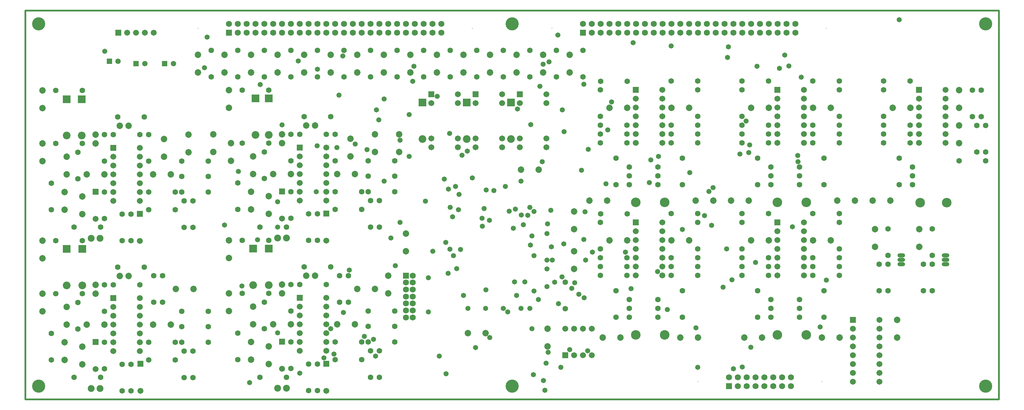
<source format=gbs>
%FSLAX24Y24*%
%MOIN*%
G70*
G01*
G75*
G04 Layer_Color=16711935*
G04 Layer_Color=16711935*
%ADD10R,0.0236X0.0866*%
%ADD11R,0.0866X0.0236*%
%ADD12C,0.0120*%
%ADD13C,0.0250*%
%ADD14C,0.0500*%
%ADD15C,0.0200*%
%ADD16O,0.0787X0.0394*%
%ADD17C,0.0650*%
%ADD18C,0.0650*%
%ADD19C,0.0591*%
%ADD20R,0.0591X0.0591*%
%ADD21R,0.0600X0.0600*%
%ADD22C,0.0600*%
%ADD23C,0.0532*%
%ADD24R,0.0532X0.0532*%
%ADD25C,0.0550*%
%ADD26R,0.0787X0.0787*%
%ADD27C,0.0787*%
%ADD28C,0.0700*%
%ADD29R,0.0591X0.0591*%
%ADD30C,0.0591*%
%ADD31C,0.1000*%
%ADD32C,0.0551*%
%ADD33O,0.0787X0.0394*%
%ADD34C,0.1405*%
%ADD35C,0.0500*%
%ADD36C,0.0079*%
%ADD37C,0.0098*%
%ADD38C,0.0100*%
%ADD39C,0.0098*%
%ADD40C,0.0080*%
%ADD41C,0.0059*%
%ADD42R,0.1102X0.0315*%
%ADD43R,0.0787X0.0315*%
%ADD44R,0.1102X0.0315*%
%ADD45R,0.0316X0.0946*%
%ADD46R,0.0946X0.0316*%
%ADD47O,0.0867X0.0474*%
%ADD48C,0.0730*%
%ADD49C,0.0730*%
%ADD50C,0.0671*%
%ADD51R,0.0671X0.0671*%
%ADD52C,0.0080*%
%ADD53R,0.0680X0.0680*%
%ADD54C,0.0680*%
%ADD55C,0.0612*%
%ADD56R,0.0612X0.0612*%
%ADD57C,0.0630*%
%ADD58R,0.0867X0.0867*%
%ADD59C,0.0867*%
%ADD60C,0.0780*%
%ADD61R,0.0671X0.0671*%
%ADD62C,0.0671*%
%ADD63C,0.1080*%
%ADD64C,0.0631*%
%ADD65O,0.0867X0.0474*%
%ADD66C,0.1485*%
%ADD67C,0.0580*%
D15*
X0Y0D02*
Y44000D01*
X110000D01*
Y0D02*
Y44000D01*
X0Y0D02*
X110000D01*
D47*
X103991Y15285D02*
D03*
Y15785D02*
D03*
Y16285D02*
D03*
X98991Y15285D02*
D03*
Y15785D02*
D03*
D48*
X39500Y28000D02*
D03*
Y30000D02*
D03*
X18429Y27967D02*
D03*
Y29967D02*
D03*
X61500Y39000D02*
D03*
Y37000D02*
D03*
X58500Y39000D02*
D03*
Y37000D02*
D03*
X55500Y39000D02*
D03*
Y37000D02*
D03*
X52500Y39000D02*
D03*
Y37000D02*
D03*
X49500Y39000D02*
D03*
Y37000D02*
D03*
X46500Y39000D02*
D03*
Y37000D02*
D03*
X95750Y22500D02*
D03*
X97750D02*
D03*
X81250Y7000D02*
D03*
X83250D02*
D03*
X105500Y31000D02*
D03*
Y29000D02*
D03*
X92000Y7000D02*
D03*
X90000D02*
D03*
X65250D02*
D03*
X67250D02*
D03*
X79750Y22500D02*
D03*
X81750D02*
D03*
X63750D02*
D03*
X65750D02*
D03*
X76000Y7000D02*
D03*
X74000D02*
D03*
X93750Y22500D02*
D03*
X91750D02*
D03*
X75750D02*
D03*
X77750D02*
D03*
X105500Y35000D02*
D03*
Y33000D02*
D03*
X101000Y17250D02*
D03*
Y19250D02*
D03*
X98500Y7000D02*
D03*
Y9000D02*
D03*
X98000Y33000D02*
D03*
X100000D02*
D03*
X96000Y17250D02*
D03*
Y19250D02*
D03*
X91000Y18000D02*
D03*
X89000D02*
D03*
X91000Y33000D02*
D03*
X89000D02*
D03*
X82000Y18000D02*
D03*
X84000D02*
D03*
X82000Y33000D02*
D03*
X84000D02*
D03*
X75000Y18000D02*
D03*
X73000D02*
D03*
X75000Y33000D02*
D03*
X73000D02*
D03*
X66000Y18000D02*
D03*
X68000D02*
D03*
X66000Y33000D02*
D03*
X68000D02*
D03*
X62000Y14750D02*
D03*
Y16750D02*
D03*
Y19250D02*
D03*
Y21250D02*
D03*
X59000Y6000D02*
D03*
Y8000D02*
D03*
X58000Y26000D02*
D03*
X56000D02*
D03*
X52000Y7500D02*
D03*
X50000D02*
D03*
X43000Y18750D02*
D03*
X41000Y12000D02*
D03*
Y14000D02*
D03*
X42250Y30000D02*
D03*
Y28000D02*
D03*
X37500Y12500D02*
D03*
X39500D02*
D03*
X37250Y8500D02*
D03*
X35250D02*
D03*
X37250Y25500D02*
D03*
X35250D02*
D03*
X28000Y8500D02*
D03*
X30000D02*
D03*
X28000Y25500D02*
D03*
X30000D02*
D03*
X23000Y10000D02*
D03*
Y12000D02*
D03*
Y16000D02*
D03*
Y18000D02*
D03*
X23250Y27000D02*
D03*
Y29000D02*
D03*
X23000Y33000D02*
D03*
Y35000D02*
D03*
X21250Y30000D02*
D03*
Y28000D02*
D03*
X17000Y12500D02*
D03*
X19000D02*
D03*
X16429Y8467D02*
D03*
X14429D02*
D03*
X16429Y25467D02*
D03*
X14429D02*
D03*
X6929Y8467D02*
D03*
X8929D02*
D03*
X6929Y25467D02*
D03*
X8929D02*
D03*
X1929Y9967D02*
D03*
Y11967D02*
D03*
Y15967D02*
D03*
Y17967D02*
D03*
Y26967D02*
D03*
Y28967D02*
D03*
Y32967D02*
D03*
Y34967D02*
D03*
X6429Y3967D02*
D03*
Y5967D02*
D03*
X4679Y10467D02*
D03*
Y8467D02*
D03*
X7929Y12967D02*
D03*
Y11967D02*
D03*
X36750Y29500D02*
D03*
X15679Y29467D02*
D03*
X7929Y28967D02*
D03*
X29000Y29000D02*
D03*
Y12000D02*
D03*
X40500Y39000D02*
D03*
X43500D02*
D03*
X34500D02*
D03*
X37500D02*
D03*
X19500Y37000D02*
D03*
X22500D02*
D03*
X25500D02*
D03*
X28500D02*
D03*
X31500D02*
D03*
X34500D02*
D03*
X37500D02*
D03*
X40500D02*
D03*
X43500D02*
D03*
X31500Y39000D02*
D03*
X28500D02*
D03*
X25500D02*
D03*
X22500D02*
D03*
X19500D02*
D03*
X4429Y21467D02*
D03*
Y23467D02*
D03*
X4679Y25467D02*
D03*
X10679Y30967D02*
D03*
X4679Y27467D02*
D03*
X6429Y22967D02*
D03*
Y20967D02*
D03*
X7929Y29967D02*
D03*
X11679Y30967D02*
D03*
Y13967D02*
D03*
X10679D02*
D03*
X15679Y27467D02*
D03*
X4429Y4467D02*
D03*
Y6467D02*
D03*
X36750Y27500D02*
D03*
X25750D02*
D03*
X31750Y31000D02*
D03*
X25750Y25500D02*
D03*
X25500Y21500D02*
D03*
Y23500D02*
D03*
X27500Y23000D02*
D03*
Y21000D02*
D03*
X29000Y30000D02*
D03*
X32750Y31000D02*
D03*
Y14000D02*
D03*
X31750D02*
D03*
X25750Y8500D02*
D03*
X27500Y6000D02*
D03*
Y4000D02*
D03*
X29000Y13000D02*
D03*
X25500Y4500D02*
D03*
Y6500D02*
D03*
X25750Y10500D02*
D03*
D49*
X43000Y16750D02*
D03*
D50*
X96500Y2000D02*
D03*
Y3000D02*
D03*
Y4000D02*
D03*
Y5000D02*
D03*
Y6000D02*
D03*
Y7000D02*
D03*
Y8000D02*
D03*
Y9000D02*
D03*
X93500Y2000D02*
D03*
Y3000D02*
D03*
Y4000D02*
D03*
Y5000D02*
D03*
Y6000D02*
D03*
Y7000D02*
D03*
Y8000D02*
D03*
X50876Y33533D02*
D03*
X53876Y34533D02*
D03*
Y28533D02*
D03*
X50876Y29533D02*
D03*
Y28533D02*
D03*
X53876Y33533D02*
D03*
Y29533D02*
D03*
X100991Y34035D02*
D03*
Y31035D02*
D03*
Y30035D02*
D03*
Y29035D02*
D03*
X103991Y33035D02*
D03*
Y32035D02*
D03*
Y31035D02*
D03*
Y30035D02*
D03*
Y29035D02*
D03*
X100991Y32035D02*
D03*
Y33035D02*
D03*
X103991Y34035D02*
D03*
Y35035D02*
D03*
X62000Y8000D02*
D03*
X61000D02*
D03*
X63000D02*
D03*
X64000Y5000D02*
D03*
X63000D02*
D03*
X62000D02*
D03*
X64000Y8000D02*
D03*
X34000Y5500D02*
D03*
Y6500D02*
D03*
X31000Y9500D02*
D03*
Y5500D02*
D03*
Y6500D02*
D03*
Y10500D02*
D03*
X34000Y7500D02*
D03*
X31000D02*
D03*
X34000Y10500D02*
D03*
Y9500D02*
D03*
Y8500D02*
D03*
X31000D02*
D03*
X34000Y11500D02*
D03*
X9929Y10467D02*
D03*
X12929D02*
D03*
X34000Y28500D02*
D03*
X12929Y28467D02*
D03*
X34000Y23500D02*
D03*
Y22500D02*
D03*
X31000D02*
D03*
Y23500D02*
D03*
Y24500D02*
D03*
Y26500D02*
D03*
Y27500D02*
D03*
X12929Y11467D02*
D03*
Y9467D02*
D03*
Y6467D02*
D03*
Y5467D02*
D03*
X9929D02*
D03*
Y6467D02*
D03*
Y7467D02*
D03*
Y9467D02*
D03*
X12929Y23467D02*
D03*
Y22467D02*
D03*
X9929D02*
D03*
Y23467D02*
D03*
Y24467D02*
D03*
Y26467D02*
D03*
Y27467D02*
D03*
X55876Y29533D02*
D03*
X58876D02*
D03*
Y33533D02*
D03*
X55876Y28533D02*
D03*
X45876D02*
D03*
X48876Y33533D02*
D03*
Y29533D02*
D03*
X9929Y25467D02*
D03*
Y8467D02*
D03*
X31000Y25500D02*
D03*
X68991Y18035D02*
D03*
Y33035D02*
D03*
X84991Y18035D02*
D03*
Y33035D02*
D03*
X68991Y17035D02*
D03*
X71991Y14035D02*
D03*
X68991Y32035D02*
D03*
X71991Y29035D02*
D03*
X84991Y17035D02*
D03*
X87991Y14035D02*
D03*
X84991Y32035D02*
D03*
X87991Y29035D02*
D03*
X12929Y25467D02*
D03*
Y8467D02*
D03*
X34000Y25500D02*
D03*
X71991Y18035D02*
D03*
Y33035D02*
D03*
X87991Y18035D02*
D03*
Y33035D02*
D03*
X58876Y28533D02*
D03*
X12929Y24467D02*
D03*
Y26467D02*
D03*
Y7467D02*
D03*
X34000Y24500D02*
D03*
Y26500D02*
D03*
X58876Y34533D02*
D03*
X45876Y29533D02*
D03*
X48876Y28533D02*
D03*
Y34533D02*
D03*
X12929Y27467D02*
D03*
X34000Y27500D02*
D03*
X68991Y29035D02*
D03*
Y30035D02*
D03*
Y31035D02*
D03*
Y34035D02*
D03*
Y14035D02*
D03*
Y15035D02*
D03*
Y16035D02*
D03*
Y19035D02*
D03*
X71991Y16035D02*
D03*
Y31035D02*
D03*
Y17035D02*
D03*
Y15035D02*
D03*
Y19035D02*
D03*
Y20035D02*
D03*
Y32035D02*
D03*
Y30035D02*
D03*
Y34035D02*
D03*
Y35035D02*
D03*
X84991Y30035D02*
D03*
Y31035D02*
D03*
Y34035D02*
D03*
Y14035D02*
D03*
Y15035D02*
D03*
Y16035D02*
D03*
Y19035D02*
D03*
Y29035D02*
D03*
X87991Y16035D02*
D03*
Y31035D02*
D03*
Y17035D02*
D03*
Y15035D02*
D03*
Y19035D02*
D03*
Y20035D02*
D03*
Y32035D02*
D03*
Y30035D02*
D03*
Y34035D02*
D03*
Y35035D02*
D03*
X45876Y33533D02*
D03*
X55876D02*
D03*
D51*
X93500Y9000D02*
D03*
X50876Y34533D02*
D03*
X100991Y35035D02*
D03*
X61000Y5000D02*
D03*
X31000Y11500D02*
D03*
Y28500D02*
D03*
X9929Y11467D02*
D03*
Y28467D02*
D03*
X55876Y34533D02*
D03*
X45876D02*
D03*
X68991Y35035D02*
D03*
Y20035D02*
D03*
X84991Y35035D02*
D03*
Y20035D02*
D03*
D52*
X90000Y2000D02*
D03*
X76000D02*
D03*
X90500Y42000D02*
D03*
X59500D02*
D03*
X50500D02*
D03*
X19500D02*
D03*
D53*
X79500Y1500D02*
D03*
X43000Y14000D02*
D03*
X63000Y41500D02*
D03*
X23000D02*
D03*
D54*
X79500Y2500D02*
D03*
X80500Y1500D02*
D03*
Y2500D02*
D03*
X81500Y1500D02*
D03*
Y2500D02*
D03*
X82500Y1500D02*
D03*
Y2500D02*
D03*
X83500Y1500D02*
D03*
Y2500D02*
D03*
X84500Y1500D02*
D03*
Y2500D02*
D03*
X85500Y1500D02*
D03*
Y2500D02*
D03*
X86500Y1500D02*
D03*
Y2500D02*
D03*
X43787Y14000D02*
D03*
Y13213D02*
D03*
Y11638D02*
D03*
Y10850D02*
D03*
Y12425D02*
D03*
X43000Y9276D02*
D03*
Y10063D02*
D03*
Y10850D02*
D03*
Y11638D02*
D03*
Y12425D02*
D03*
Y13213D02*
D03*
X43787Y10063D02*
D03*
Y9276D02*
D03*
X63000Y42500D02*
D03*
X66000D02*
D03*
X72000D02*
D03*
X82000D02*
D03*
X87000Y41500D02*
D03*
X86000Y42500D02*
D03*
X87000D02*
D03*
X77000D02*
D03*
X85000D02*
D03*
Y41500D02*
D03*
X84000Y42500D02*
D03*
Y41500D02*
D03*
X83000Y42500D02*
D03*
Y41500D02*
D03*
X67000Y42500D02*
D03*
X74000Y41500D02*
D03*
X68000Y42500D02*
D03*
X73000D02*
D03*
X77000Y41500D02*
D03*
X76000Y42500D02*
D03*
X82000Y41500D02*
D03*
X78000D02*
D03*
Y42500D02*
D03*
X71000D02*
D03*
X79000Y41500D02*
D03*
Y42500D02*
D03*
X76000Y41500D02*
D03*
X65000Y42500D02*
D03*
X73000Y41500D02*
D03*
X64000D02*
D03*
Y42500D02*
D03*
X75000D02*
D03*
Y41500D02*
D03*
X74000Y42500D02*
D03*
X80000D02*
D03*
Y41500D02*
D03*
X72000D02*
D03*
X81000Y42500D02*
D03*
Y41500D02*
D03*
X70000Y42500D02*
D03*
X69000Y41500D02*
D03*
X68000D02*
D03*
X67000D02*
D03*
X66000D02*
D03*
X70000D02*
D03*
X69000Y42500D02*
D03*
X65000Y41500D02*
D03*
X71000D02*
D03*
X86000D02*
D03*
X47000Y42500D02*
D03*
Y41500D02*
D03*
X46000Y42500D02*
D03*
Y41500D02*
D03*
X45000Y42500D02*
D03*
Y41500D02*
D03*
X24000D02*
D03*
X25000Y42500D02*
D03*
X27000Y41500D02*
D03*
X28000Y42500D02*
D03*
X33000Y41500D02*
D03*
X41000Y42500D02*
D03*
X42000Y41500D02*
D03*
X40000Y42500D02*
D03*
X41000Y41500D02*
D03*
X31000Y42500D02*
D03*
X36000D02*
D03*
X37000Y41500D02*
D03*
Y42500D02*
D03*
X35000Y41500D02*
D03*
X23000Y42500D02*
D03*
X29000Y41500D02*
D03*
X42000Y42500D02*
D03*
X40000Y41500D02*
D03*
X39000Y42500D02*
D03*
Y41500D02*
D03*
X38000Y42500D02*
D03*
X31000Y41500D02*
D03*
X38000D02*
D03*
X44000Y42500D02*
D03*
X32000Y41500D02*
D03*
X35000Y42500D02*
D03*
X27000D02*
D03*
X28000Y41500D02*
D03*
X30000Y42500D02*
D03*
X34000Y41500D02*
D03*
X36000D02*
D03*
X26000D02*
D03*
Y42500D02*
D03*
X30000Y41500D02*
D03*
X32000Y42500D02*
D03*
X43000Y41500D02*
D03*
X44000D02*
D03*
X43000Y42500D02*
D03*
X33000D02*
D03*
X34000D02*
D03*
X24000D02*
D03*
X25000Y41500D02*
D03*
X29000Y42500D02*
D03*
D55*
X10492Y38250D02*
D03*
X16750Y38000D02*
D03*
X13500D02*
D03*
D56*
X9508Y38250D02*
D03*
X15750Y38000D02*
D03*
X12500D02*
D03*
D57*
X100241Y26285D02*
D03*
Y25285D02*
D03*
Y24285D02*
D03*
X17929Y5467D02*
D03*
Y2467D02*
D03*
X40000Y22500D02*
D03*
Y5500D02*
D03*
X18929Y22467D02*
D03*
Y5467D02*
D03*
X68241Y9285D02*
D03*
Y24285D02*
D03*
X71491Y9285D02*
D03*
Y24285D02*
D03*
X84241Y9285D02*
D03*
Y24285D02*
D03*
X87491Y9285D02*
D03*
Y24285D02*
D03*
X39000Y19500D02*
D03*
X40000D02*
D03*
X39000Y22500D02*
D03*
Y2500D02*
D03*
X40000D02*
D03*
X39000Y5500D02*
D03*
X17929Y19467D02*
D03*
X18929D02*
D03*
X17929Y22467D02*
D03*
X18929Y2467D02*
D03*
X68241Y25285D02*
D03*
Y10285D02*
D03*
Y26285D02*
D03*
Y11285D02*
D03*
X71491D02*
D03*
Y10285D02*
D03*
Y26285D02*
D03*
Y25285D02*
D03*
X84241D02*
D03*
Y10285D02*
D03*
Y11285D02*
D03*
Y26285D02*
D03*
X87491Y11285D02*
D03*
Y10285D02*
D03*
Y26285D02*
D03*
Y25285D02*
D03*
D58*
X49876Y33592D02*
D03*
X4679Y33976D02*
D03*
X6379D02*
D03*
X6429Y17026D02*
D03*
X4679D02*
D03*
X26000Y34059D02*
D03*
X27500D02*
D03*
Y17059D02*
D03*
X25750D02*
D03*
X44876Y33592D02*
D03*
X54876D02*
D03*
D59*
X49876Y29474D02*
D03*
X54876D02*
D03*
X44876D02*
D03*
X6379Y29858D02*
D03*
X4679D02*
D03*
Y12908D02*
D03*
X6429D02*
D03*
X27500Y29941D02*
D03*
X26000D02*
D03*
X25750Y12941D02*
D03*
X27500D02*
D03*
D60*
X7429Y1217D02*
D03*
X8429D02*
D03*
X7429Y18217D02*
D03*
X8429D02*
D03*
X28500Y18250D02*
D03*
X29500D02*
D03*
Y1250D02*
D03*
X28500D02*
D03*
D61*
X10500Y41500D02*
D03*
X13000Y4035D02*
D03*
X7929Y6503D02*
D03*
X12929Y21003D02*
D03*
X7929Y23503D02*
D03*
X34000Y4035D02*
D03*
X29000Y6535D02*
D03*
X34000Y21035D02*
D03*
X29000Y23535D02*
D03*
D62*
X11500Y41500D02*
D03*
X13500D02*
D03*
X14500D02*
D03*
X12500D02*
D03*
X13000Y965D02*
D03*
X7929Y3432D02*
D03*
X12929Y17932D02*
D03*
X7929Y20432D02*
D03*
X34000Y965D02*
D03*
X29000Y3465D02*
D03*
X34000Y17965D02*
D03*
X29000Y20465D02*
D03*
D63*
X72241Y7285D02*
D03*
X104126Y22250D02*
D03*
X68991Y22285D02*
D03*
Y7285D02*
D03*
X72241Y22285D02*
D03*
X84991D02*
D03*
Y7285D02*
D03*
X88241D02*
D03*
Y22285D02*
D03*
X101126Y22250D02*
D03*
D64*
X11929Y3967D02*
D03*
Y967D02*
D03*
X14500Y14000D02*
D03*
Y11000D02*
D03*
X11929Y17967D02*
D03*
Y20967D02*
D03*
X15500Y11000D02*
D03*
Y14000D02*
D03*
X63000Y36500D02*
D03*
Y39500D02*
D03*
X60000Y36500D02*
D03*
Y39500D02*
D03*
X57000Y36500D02*
D03*
Y39500D02*
D03*
X54000Y36500D02*
D03*
Y39500D02*
D03*
X51000Y36500D02*
D03*
Y39500D02*
D03*
X48000Y36500D02*
D03*
Y39500D02*
D03*
X61000Y13250D02*
D03*
X108500Y27000D02*
D03*
X107000Y32000D02*
D03*
X108500Y28000D02*
D03*
X107000Y35000D02*
D03*
X107500Y31000D02*
D03*
X38000Y6500D02*
D03*
X32000Y4000D02*
D03*
X16929Y6467D02*
D03*
X10929Y3967D02*
D03*
Y967D02*
D03*
X8929Y3467D02*
D03*
X10929Y17967D02*
D03*
X8929Y20467D02*
D03*
X32000Y1000D02*
D03*
X30000Y3500D02*
D03*
X32000Y18000D02*
D03*
X30000Y20500D02*
D03*
X107500Y28000D02*
D03*
X35000Y30000D02*
D03*
X13929Y29967D02*
D03*
X105500Y27000D02*
D03*
X108500Y31000D02*
D03*
X108000Y32000D02*
D03*
Y35000D02*
D03*
X33000Y4000D02*
D03*
Y1000D02*
D03*
X36500Y11000D02*
D03*
Y14000D02*
D03*
X33000Y18000D02*
D03*
Y21000D02*
D03*
X35500Y14000D02*
D03*
Y11000D02*
D03*
X97491Y19285D02*
D03*
X101491Y12285D02*
D03*
X102491D02*
D03*
Y19285D02*
D03*
X64991Y29035D02*
D03*
Y14035D02*
D03*
X75991D02*
D03*
Y29035D02*
D03*
X80991Y14035D02*
D03*
Y29035D02*
D03*
X91991Y14035D02*
D03*
Y29035D02*
D03*
X96491Y12285D02*
D03*
X97491D02*
D03*
X96991Y29035D02*
D03*
X8929Y26967D02*
D03*
Y9967D02*
D03*
X30000Y27000D02*
D03*
Y10000D02*
D03*
X96491Y15285D02*
D03*
X101491D02*
D03*
X41750Y23500D02*
D03*
Y6500D02*
D03*
X20679Y23467D02*
D03*
Y6467D02*
D03*
X42000Y39500D02*
D03*
X45000D02*
D03*
X36000D02*
D03*
X39000D02*
D03*
X74241Y27285D02*
D03*
X82741Y12285D02*
D03*
X90241D02*
D03*
X98741Y27285D02*
D03*
X90241D02*
D03*
X3429Y11967D02*
D03*
Y17967D02*
D03*
X5500Y2500D02*
D03*
X20679Y9967D02*
D03*
X33000Y39500D02*
D03*
X30000D02*
D03*
X27000D02*
D03*
X24000D02*
D03*
X66741Y27285D02*
D03*
X21000Y39500D02*
D03*
X2929Y21467D02*
D03*
X5929Y24967D02*
D03*
X9929Y29967D02*
D03*
X10429Y31967D02*
D03*
X2929Y24467D02*
D03*
X5929Y27967D02*
D03*
X8500Y19500D02*
D03*
X8929Y23467D02*
D03*
X6429Y28967D02*
D03*
X8929Y29967D02*
D03*
X6429Y34967D02*
D03*
X12929Y29967D02*
D03*
Y12967D02*
D03*
X6429Y17967D02*
D03*
X13429Y14967D02*
D03*
X9929Y12967D02*
D03*
X5929Y7967D02*
D03*
X8929Y6467D02*
D03*
X8500Y2500D02*
D03*
X10429Y14967D02*
D03*
X13429Y31967D02*
D03*
X13929Y26967D02*
D03*
X8929Y12967D02*
D03*
X6429Y11967D02*
D03*
X2929Y4467D02*
D03*
Y7467D02*
D03*
X5929Y10967D02*
D03*
X35000Y27000D02*
D03*
X31500Y15000D02*
D03*
X34500Y32000D02*
D03*
X27000Y28000D02*
D03*
X31000Y30000D02*
D03*
X31500Y32000D02*
D03*
X24000Y24500D02*
D03*
X27000Y25000D02*
D03*
X24000Y21500D02*
D03*
X29500Y19500D02*
D03*
X30000Y23500D02*
D03*
X27500Y29000D02*
D03*
X30000Y30000D02*
D03*
X27500Y35000D02*
D03*
X34000Y30000D02*
D03*
Y13000D02*
D03*
X27500Y18000D02*
D03*
X34500Y15000D02*
D03*
X31000Y13000D02*
D03*
X27000Y8000D02*
D03*
X30000Y6500D02*
D03*
X29500Y2500D02*
D03*
X30000Y13000D02*
D03*
X27500Y12000D02*
D03*
X24000Y4500D02*
D03*
Y7500D02*
D03*
X27000Y11000D02*
D03*
X38000Y21500D02*
D03*
X41750Y25250D02*
D03*
X38000Y4500D02*
D03*
X41750Y8250D02*
D03*
X16929Y21467D02*
D03*
X20679Y25217D02*
D03*
X16929Y4467D02*
D03*
X20679Y8217D02*
D03*
X67991Y29035D02*
D03*
X64991Y32035D02*
D03*
Y30035D02*
D03*
X67991D02*
D03*
Y31035D02*
D03*
X64991D02*
D03*
Y35035D02*
D03*
X68000Y36000D02*
D03*
X67991Y14035D02*
D03*
X64991Y17035D02*
D03*
X67991Y15035D02*
D03*
X64991D02*
D03*
X67991Y16035D02*
D03*
X64991D02*
D03*
Y20035D02*
D03*
X68000Y21000D02*
D03*
X66741Y24285D02*
D03*
Y9285D02*
D03*
X74241D02*
D03*
X72991Y15035D02*
D03*
X74241Y24285D02*
D03*
X72991Y30035D02*
D03*
Y14035D02*
D03*
X75991Y17035D02*
D03*
Y15035D02*
D03*
Y16035D02*
D03*
X72991D02*
D03*
Y21035D02*
D03*
X75991Y20035D02*
D03*
X72991Y29035D02*
D03*
X75991Y32035D02*
D03*
Y30035D02*
D03*
X72991Y31035D02*
D03*
X75991D02*
D03*
X72991Y36035D02*
D03*
X75991Y35035D02*
D03*
X83991Y30035D02*
D03*
X80991D02*
D03*
X83991Y31035D02*
D03*
X80991D02*
D03*
Y35035D02*
D03*
X83991Y36035D02*
D03*
Y14035D02*
D03*
X80991Y17035D02*
D03*
Y15035D02*
D03*
X83991D02*
D03*
Y16035D02*
D03*
X80991D02*
D03*
Y20035D02*
D03*
X83991Y21035D02*
D03*
Y29035D02*
D03*
X80991Y32035D02*
D03*
X82741Y9285D02*
D03*
Y24285D02*
D03*
X90241Y9285D02*
D03*
X88991Y15035D02*
D03*
X90241Y24285D02*
D03*
X91991Y30035D02*
D03*
X88991Y14035D02*
D03*
X91991Y17035D02*
D03*
Y15035D02*
D03*
Y16035D02*
D03*
X88991D02*
D03*
Y21035D02*
D03*
X91991Y20035D02*
D03*
X88991Y29035D02*
D03*
X91991Y32035D02*
D03*
X88991Y30035D02*
D03*
Y31035D02*
D03*
X91991D02*
D03*
X88991Y36035D02*
D03*
X91991Y35035D02*
D03*
X97491Y15285D02*
D03*
Y16285D02*
D03*
X99991Y29035D02*
D03*
X96991Y32035D02*
D03*
X99991Y30035D02*
D03*
X96991D02*
D03*
X99991Y31035D02*
D03*
X96991D02*
D03*
Y35035D02*
D03*
X99991Y36035D02*
D03*
X102491Y15285D02*
D03*
Y16285D02*
D03*
X98741Y24285D02*
D03*
X35000Y21500D02*
D03*
X38750Y25250D02*
D03*
Y23500D02*
D03*
X35000D02*
D03*
X38750Y27000D02*
D03*
X35000Y6500D02*
D03*
X38750Y8250D02*
D03*
Y10000D02*
D03*
Y6500D02*
D03*
X35000Y4500D02*
D03*
X16929Y23467D02*
D03*
X10929Y20967D02*
D03*
X13929Y23467D02*
D03*
X17679Y25217D02*
D03*
Y26967D02*
D03*
Y23467D02*
D03*
X13929Y21467D02*
D03*
Y6467D02*
D03*
X17679Y8217D02*
D03*
Y9967D02*
D03*
Y6467D02*
D03*
X13929Y4467D02*
D03*
X38000Y23500D02*
D03*
X32000Y21000D02*
D03*
X66741Y12285D02*
D03*
X24500Y29000D02*
D03*
Y35000D02*
D03*
X26500Y19500D02*
D03*
X41750Y27000D02*
D03*
X74241Y12285D02*
D03*
X24500Y12000D02*
D03*
Y18000D02*
D03*
X26500Y2500D02*
D03*
X41750Y10000D02*
D03*
X21000Y36500D02*
D03*
X24000D02*
D03*
X27000D02*
D03*
X30000D02*
D03*
X33000D02*
D03*
X36000D02*
D03*
X39000D02*
D03*
X42000D02*
D03*
X45000D02*
D03*
X61000Y10250D02*
D03*
X65000Y21000D02*
D03*
Y36000D02*
D03*
X75991Y21035D02*
D03*
Y36035D02*
D03*
X80991Y21035D02*
D03*
Y36035D02*
D03*
X91991Y21035D02*
D03*
Y36035D02*
D03*
X96991D02*
D03*
X82741Y27285D02*
D03*
X3429Y28967D02*
D03*
Y34967D02*
D03*
X5500Y19500D02*
D03*
X20679Y26967D02*
D03*
D65*
X98991Y16285D02*
D03*
D66*
X108500Y1500D02*
D03*
X55000D02*
D03*
Y42500D02*
D03*
X108500D02*
D03*
X1500D02*
D03*
Y1500D02*
D03*
D67*
X58940Y18750D02*
D03*
X79250Y17020D02*
D03*
X52480Y6980D02*
D03*
X78840Y12690D02*
D03*
X79460Y39910D02*
D03*
X56050Y20860D02*
D03*
X86690Y19530D02*
D03*
X85820Y38970D02*
D03*
X41310Y18250D02*
D03*
X57230Y18500D02*
D03*
X49930Y28080D02*
D03*
X81430Y31500D02*
D03*
X79350Y38700D02*
D03*
X60500Y3630D02*
D03*
X75970D02*
D03*
X86280Y37724D02*
D03*
X43910Y37700D02*
D03*
X32890Y23500D02*
D03*
X59020Y19860D02*
D03*
X75070Y25660D02*
D03*
X48270Y20650D02*
D03*
X80741Y27771D02*
D03*
X90510Y13490D02*
D03*
X54000Y10310D02*
D03*
X52440Y20270D02*
D03*
X65600Y24410D02*
D03*
X42330Y29320D02*
D03*
X65810Y30490D02*
D03*
X47980Y16990D02*
D03*
X79850Y13530D02*
D03*
X81020Y3670D02*
D03*
X58560Y2120D02*
D03*
X50890Y5860D02*
D03*
X58830Y4080D02*
D03*
X33010Y37370D02*
D03*
X52090Y23680D02*
D03*
X60890Y30280D02*
D03*
X54250Y24090D02*
D03*
X47340Y24920D02*
D03*
X47960Y30100D02*
D03*
X87680Y36460D02*
D03*
X33755Y4685D02*
D03*
X61500Y5640D02*
D03*
X81730Y27930D02*
D03*
X82690Y37680D02*
D03*
X35460Y34420D02*
D03*
X38600Y28250D02*
D03*
X39680Y32750D02*
D03*
X59820Y13250D02*
D03*
X43780Y35980D02*
D03*
X57990Y11280D02*
D03*
X60640Y13870D02*
D03*
X58500Y37940D02*
D03*
X60860Y17580D02*
D03*
X57070Y17450D02*
D03*
X48620Y24080D02*
D03*
X68450Y12540D02*
D03*
X59180Y38210D02*
D03*
X57480Y12250D02*
D03*
X24090Y25780D02*
D03*
X46780Y4880D02*
D03*
X39570D02*
D03*
X37290Y28890D02*
D03*
X48950Y21470D02*
D03*
X59070Y5320D02*
D03*
X75790Y8110D02*
D03*
X49340Y27640D02*
D03*
X57000Y10310D02*
D03*
X62540Y11910D02*
D03*
X34510Y8000D02*
D03*
X72550Y10160D02*
D03*
X39360Y6790D02*
D03*
X51860Y21610D02*
D03*
X62850Y25930D02*
D03*
X38310Y7120D02*
D03*
X47812Y23798D02*
D03*
X71560Y27490D02*
D03*
X98740Y42960D02*
D03*
X46530Y34300D02*
D03*
X45220Y22430D02*
D03*
X55130Y19360D02*
D03*
X63120Y35650D02*
D03*
X34880Y5130D02*
D03*
X89800Y8190D02*
D03*
X47520Y17750D02*
D03*
X63110Y18100D02*
D03*
X68673Y40350D02*
D03*
X62070Y13210D02*
D03*
X48390Y16250D02*
D03*
X71450Y14450D02*
D03*
X48750Y14790D02*
D03*
X42360Y20020D02*
D03*
X47774Y14250D02*
D03*
X52000Y10308D02*
D03*
X49000Y23192D02*
D03*
X55500Y11774D02*
D03*
X58942Y14750D02*
D03*
X28510Y22350D02*
D03*
X55280Y13310D02*
D03*
X41810Y15120D02*
D03*
X52030Y12380D02*
D03*
X22510Y19720D02*
D03*
X49500Y11770D02*
D03*
X57480Y16250D02*
D03*
X63310Y15750D02*
D03*
X59370Y21380D02*
D03*
X63260Y21220D02*
D03*
X55370Y21520D02*
D03*
X77230Y23530D02*
D03*
X54690Y21290D02*
D03*
X77700Y23960D02*
D03*
X26240Y18050D02*
D03*
X58150Y35430D02*
D03*
X58420Y26910D02*
D03*
X24470Y12840D02*
D03*
X54500Y9900D02*
D03*
X77560Y19680D02*
D03*
X70510Y24540D02*
D03*
X51600Y20500D02*
D03*
X70670Y27090D02*
D03*
X72990Y39990D02*
D03*
X32990Y28710D02*
D03*
X48000Y21730D02*
D03*
X43370Y27480D02*
D03*
Y32230D02*
D03*
X60690Y32750D02*
D03*
X63540Y5490D02*
D03*
X36600Y14620D02*
D03*
X30830Y38310D02*
D03*
X55600Y32860D02*
D03*
X57100Y31110D02*
D03*
X28500Y19500D02*
D03*
X29000Y31059D02*
D03*
X31000Y2960D02*
D03*
X81970Y5900D02*
D03*
X85220Y37460D02*
D03*
X28500Y7530D02*
D03*
X50500Y25068D02*
D03*
X56790Y20840D02*
D03*
X57000Y21730D02*
D03*
X82516Y15510D02*
D03*
X49190Y16970D02*
D03*
X57420Y2780D02*
D03*
X80000Y3460D02*
D03*
X35220Y28490D02*
D03*
X57260Y7990D02*
D03*
X47560Y2910D02*
D03*
X25330Y1910D02*
D03*
X20240Y37520D02*
D03*
X26540Y35630D02*
D03*
X35955Y9820D02*
D03*
X60230Y10840D02*
D03*
X35870Y38870D02*
D03*
X40560Y33980D02*
D03*
Y24687D02*
D03*
X74241Y19239D02*
D03*
X39930Y31640D02*
D03*
X66250Y33670D02*
D03*
X58728Y1040D02*
D03*
X59550Y15750D02*
D03*
X67820Y16660D02*
D03*
X45560Y13750D02*
D03*
X45535Y9890D02*
D03*
X56450Y13310D02*
D03*
X60170Y41220D02*
D03*
X51640Y19580D02*
D03*
X87270Y27610D02*
D03*
X56000Y10310D02*
D03*
X63150Y11490D02*
D03*
X76750Y20780D02*
D03*
X87315Y26885D02*
D03*
X56280Y19750D02*
D03*
X52934Y23640D02*
D03*
X46058Y16750D02*
D03*
X50000Y10308D02*
D03*
X59442Y17250D02*
D03*
X56000Y24692D02*
D03*
X57476Y21250D02*
D03*
X58940Y12750D02*
D03*
X61750Y12560D02*
D03*
X63600Y28280D02*
D03*
X81845Y28785D02*
D03*
X8980Y39400D02*
D03*
X58940Y15750D02*
D03*
X64090Y16660D02*
D03*
X20550Y40990D02*
D03*
M02*

</source>
